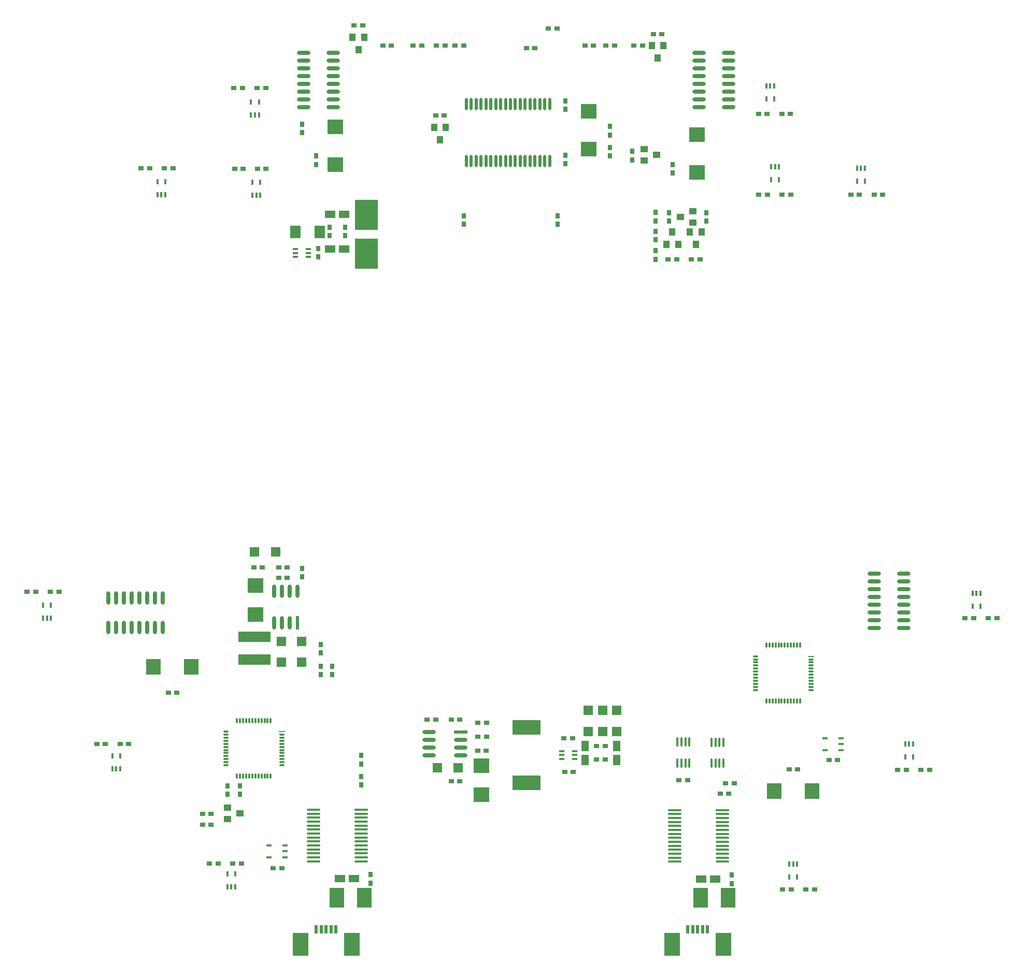
<source format=gbp>
%FSAX25Y25*%
%MOIN*%
G70*
G01*
G75*
G04 Layer_Color=128*
%ADD10O,0.08661X0.02362*%
%ADD11R,0.03000X0.03543*%
%ADD12R,0.05118X0.05512*%
%ADD13R,0.05512X0.05118*%
%ADD14R,0.03543X0.03000*%
%ADD15R,0.05000X0.06693*%
%ADD16R,0.04921X0.03937*%
%ADD17R,0.08661X0.02362*%
%ADD18O,0.08661X0.02362*%
%ADD19O,0.02362X0.08661*%
%ADD20R,0.09449X0.09843*%
%ADD21C,0.01575*%
%ADD22C,0.01181*%
%ADD23C,0.00984*%
%ADD24C,0.01000*%
%ADD25C,0.03150*%
%ADD26C,0.03937*%
%ADD27C,0.02756*%
%ADD28C,0.02362*%
%ADD29C,0.00591*%
%ADD30C,0.05906*%
%ADD31R,0.05906X0.05906*%
%ADD32C,0.05118*%
%ADD33C,0.07874*%
%ADD34O,0.10236X0.07874*%
%ADD35O,0.08268X0.07874*%
%ADD36R,0.05118X0.09843*%
%ADD37O,0.05118X0.09843*%
%ADD38R,0.06299X0.06299*%
%ADD39C,0.06299*%
%ADD40C,2.75591*%
%ADD41C,0.39370*%
%ADD42C,0.19685*%
%ADD43C,0.05500*%
%ADD44C,0.06693*%
%ADD45C,0.05000*%
%ADD46C,0.01969*%
%ADD47R,0.09646X0.09843*%
%ADD48R,0.09843X0.09449*%
%ADD49R,0.02362X0.08661*%
%ADD50O,0.02362X0.08661*%
%ADD51R,0.20866X0.07087*%
%ADD52O,0.03937X0.01024*%
%ADD53O,0.01024X0.03937*%
%ADD54R,0.03937X0.01024*%
%ADD55R,0.03543X0.01575*%
%ADD56R,0.09449X0.12598*%
%ADD57R,0.06693X0.05000*%
%ADD58R,0.09843X0.14961*%
%ADD59R,0.01969X0.05512*%
%ADD60O,0.08661X0.01575*%
%ADD61R,0.08661X0.01575*%
%ADD62R,0.18110X0.09252*%
%ADD63O,0.01378X0.06299*%
%ADD64R,0.07087X0.07874*%
%ADD65R,0.03543X0.01575*%
%ADD66R,0.09843X0.09646*%
%ADD67R,0.03937X0.04921*%
%ADD68O,0.02165X0.07874*%
%ADD69R,0.15000X0.19685*%
%ADD70R,0.01575X0.03543*%
%ADD71R,0.06000X0.06299*%
%ADD72R,0.06299X0.06000*%
%ADD73C,0.00787*%
%ADD74C,0.00141*%
%ADD75C,0.01378*%
%ADD76C,0.01200*%
%ADD77O,0.09461X0.03162*%
%ADD78R,0.03800X0.04343*%
%ADD79R,0.05918X0.06312*%
%ADD80R,0.06312X0.05918*%
%ADD81R,0.04343X0.03800*%
%ADD82R,0.05800X0.07493*%
%ADD83R,0.05721X0.04737*%
%ADD84R,0.09461X0.03162*%
%ADD85O,0.09461X0.03162*%
%ADD86O,0.03162X0.09461*%
%ADD87R,0.10249X0.10642*%
%ADD88C,0.06706*%
%ADD89R,0.06706X0.06706*%
%ADD90C,0.05918*%
%ADD91C,0.08674*%
%ADD92O,0.11036X0.08674*%
%ADD93O,0.09068X0.08674*%
%ADD94R,0.05918X0.10642*%
%ADD95O,0.05918X0.10642*%
%ADD96R,0.07099X0.07099*%
%ADD97C,0.07099*%
%ADD98C,2.76391*%
%ADD99C,0.40170*%
%ADD100C,0.20485*%
%ADD101C,0.06300*%
%ADD102C,0.07493*%
%ADD103C,0.05800*%
%ADD104R,0.10446X0.10642*%
%ADD105R,0.10642X0.10249*%
%ADD106R,0.03162X0.09461*%
%ADD107O,0.03162X0.09461*%
%ADD108R,0.21666X0.07887*%
%ADD109O,0.04737X0.01824*%
%ADD110O,0.01824X0.04737*%
%ADD111R,0.04737X0.01824*%
%ADD112R,0.04343X0.02375*%
%ADD113R,0.10249X0.13398*%
%ADD114R,0.07493X0.05800*%
%ADD115O,0.09461X0.02375*%
%ADD116R,0.09461X0.02375*%
%ADD117R,0.18910X0.10052*%
%ADD118O,0.02178X0.07099*%
%ADD119R,0.07887X0.08674*%
%ADD120R,0.04343X0.02375*%
%ADD121R,0.10642X0.10446*%
%ADD122R,0.04737X0.05721*%
%ADD123O,0.02965X0.08674*%
%ADD124R,0.15800X0.20485*%
%ADD125R,0.02375X0.04343*%
%ADD126R,0.06800X0.07099*%
%ADD127R,0.07099X0.06800*%
D10*
X1007551Y0929500D02*
D03*
Y0934500D02*
D03*
Y0939500D02*
D03*
Y0944500D02*
D03*
Y0949500D02*
D03*
Y0954500D02*
D03*
Y0959500D02*
D03*
Y0964500D02*
D03*
X1026449Y0929500D02*
D03*
Y0934500D02*
D03*
Y0939500D02*
D03*
Y0944500D02*
D03*
Y0949500D02*
D03*
Y0954500D02*
D03*
Y0959500D02*
D03*
Y0964500D02*
D03*
X0771949D02*
D03*
Y0959500D02*
D03*
Y0954500D02*
D03*
Y0949500D02*
D03*
Y0944500D02*
D03*
Y0939500D02*
D03*
Y0934500D02*
D03*
Y0929500D02*
D03*
X0753051Y0964500D02*
D03*
Y0959500D02*
D03*
Y0954500D02*
D03*
Y0949500D02*
D03*
Y0944500D02*
D03*
Y0939500D02*
D03*
Y0934500D02*
D03*
Y0929500D02*
D03*
X1120051Y0594000D02*
D03*
Y0599000D02*
D03*
Y0604000D02*
D03*
Y0609000D02*
D03*
Y0614000D02*
D03*
Y0619000D02*
D03*
Y0624000D02*
D03*
Y0629000D02*
D03*
X1138949Y0594000D02*
D03*
Y0599000D02*
D03*
Y0604000D02*
D03*
Y0609000D02*
D03*
Y0614000D02*
D03*
Y0619000D02*
D03*
Y0624000D02*
D03*
Y0629000D02*
D03*
D11*
X0752000Y0632500D02*
D03*
Y0627000D02*
D03*
X0764000Y0578000D02*
D03*
Y0583500D02*
D03*
Y0569500D02*
D03*
Y0564000D02*
D03*
X0771500Y0569500D02*
D03*
Y0564000D02*
D03*
X0795945Y0435276D02*
D03*
Y0429776D02*
D03*
X0790000Y0498500D02*
D03*
Y0493000D02*
D03*
Y0506500D02*
D03*
Y0512000D02*
D03*
X1028279Y0435047D02*
D03*
Y0429547D02*
D03*
X0762500Y0833000D02*
D03*
Y0838500D02*
D03*
X0779626Y0852169D02*
D03*
Y0846669D02*
D03*
X0752000Y0913000D02*
D03*
Y0918500D02*
D03*
X0979500Y0849500D02*
D03*
Y0844000D02*
D03*
X0988000Y0856000D02*
D03*
Y0861500D02*
D03*
X1012000D02*
D03*
Y0856000D02*
D03*
X0856000Y0854000D02*
D03*
Y0859500D02*
D03*
X0916500D02*
D03*
Y0854000D02*
D03*
X0921500Y0933500D02*
D03*
Y0928000D02*
D03*
X0964500Y0895500D02*
D03*
Y0901000D02*
D03*
X0769626Y0852169D02*
D03*
Y0846669D02*
D03*
X0979500Y0831500D02*
D03*
Y0837000D02*
D03*
Y0856200D02*
D03*
Y0861700D02*
D03*
X0712000Y0487012D02*
D03*
Y0492512D02*
D03*
X0761000Y0892500D02*
D03*
Y0898000D02*
D03*
X0990500Y0892500D02*
D03*
Y0887000D02*
D03*
X0921500Y0898500D02*
D03*
Y0893000D02*
D03*
X0950000Y0898000D02*
D03*
Y0903500D02*
D03*
Y0911512D02*
D03*
Y0917012D02*
D03*
X0704000Y0486988D02*
D03*
Y0492488D02*
D03*
D14*
X0671500Y0552500D02*
D03*
X0666000D02*
D03*
X0737000Y0626500D02*
D03*
X0742500D02*
D03*
X0721000Y0633000D02*
D03*
X0726500D02*
D03*
X0737000D02*
D03*
X0742500D02*
D03*
X0688000Y0467500D02*
D03*
X0693500D02*
D03*
Y0474500D02*
D03*
X0688000D02*
D03*
X0739000Y0439500D02*
D03*
X0733500D02*
D03*
X0853500Y0495500D02*
D03*
X0848000D02*
D03*
X0870500Y0515000D02*
D03*
X0865000D02*
D03*
X0865102Y0524029D02*
D03*
X0870602D02*
D03*
X0838000Y0535000D02*
D03*
X0832500D02*
D03*
X0848000D02*
D03*
X0853500D02*
D03*
X0865102Y0533059D02*
D03*
X0870602D02*
D03*
X0994500Y0496000D02*
D03*
X1000000D02*
D03*
X1021000Y0487500D02*
D03*
X1026500D02*
D03*
X1024500Y0494000D02*
D03*
X1030000D02*
D03*
X1065358Y0503031D02*
D03*
X1070858D02*
D03*
X0993000Y0831500D02*
D03*
X0987500D02*
D03*
X1008000D02*
D03*
X1002500D02*
D03*
X0838000Y0924000D02*
D03*
X0843500D02*
D03*
X0910500Y0980000D02*
D03*
X0916000D02*
D03*
X0978000Y0976500D02*
D03*
X0983500D02*
D03*
X0965512Y0969000D02*
D03*
X0971012D02*
D03*
X0580691Y0617315D02*
D03*
X0575191D02*
D03*
X0590191D02*
D03*
X0595691D02*
D03*
X0625500Y0519500D02*
D03*
X0620000D02*
D03*
X0635000D02*
D03*
X0640500D02*
D03*
X0698000Y0442500D02*
D03*
X0692500D02*
D03*
X0707500D02*
D03*
X0713000D02*
D03*
X1076230Y0425687D02*
D03*
X1081730D02*
D03*
X1066730D02*
D03*
X1061230D02*
D03*
X1150230Y0502687D02*
D03*
X1155730D02*
D03*
X1140730D02*
D03*
X1135230D02*
D03*
X1193500Y0600500D02*
D03*
X1199000D02*
D03*
X1184000D02*
D03*
X1178500D02*
D03*
X1120000Y0873000D02*
D03*
X1125500D02*
D03*
X1110500D02*
D03*
X1105000D02*
D03*
X1060811Y0872998D02*
D03*
X1066311D02*
D03*
X1051311D02*
D03*
X1045811D02*
D03*
X1060730Y0925187D02*
D03*
X1066230D02*
D03*
X1051230D02*
D03*
X1045730D02*
D03*
X0714191Y0889813D02*
D03*
X0708691D02*
D03*
X0723338Y0889842D02*
D03*
X0728838D02*
D03*
X0713691Y0941813D02*
D03*
X0708191D02*
D03*
X0723191D02*
D03*
X0728691D02*
D03*
X0654000Y0890000D02*
D03*
X0648500D02*
D03*
X0663500D02*
D03*
X0669000D02*
D03*
X0785500Y0982000D02*
D03*
X0791000D02*
D03*
X0809500Y0969000D02*
D03*
X0804000D02*
D03*
X0829000D02*
D03*
X0823500D02*
D03*
X0838500D02*
D03*
X0844000D02*
D03*
X0856000D02*
D03*
X0850500D02*
D03*
X0901797Y0967500D02*
D03*
X0896297D02*
D03*
X0934000Y0969000D02*
D03*
X0939500D02*
D03*
X0953000D02*
D03*
X0947500D02*
D03*
X1096500Y0509000D02*
D03*
X1091000D02*
D03*
X0926500Y0501500D02*
D03*
X0921000D02*
D03*
X0920500Y0523000D02*
D03*
X0926000D02*
D03*
X0947000Y0509500D02*
D03*
X0941500D02*
D03*
X0947000Y0518000D02*
D03*
X0941500D02*
D03*
D15*
X0934000Y0508945D02*
D03*
Y0517945D02*
D03*
X0954500Y0518000D02*
D03*
Y0509000D02*
D03*
D16*
X0704000Y0471000D02*
D03*
Y0478500D02*
D03*
X0712000Y0474800D02*
D03*
X1003500Y0862500D02*
D03*
Y0855000D02*
D03*
X0995500Y0858700D02*
D03*
X0972000Y0895000D02*
D03*
Y0902500D02*
D03*
X0980000Y0898800D02*
D03*
D17*
X0854177Y0527102D02*
D03*
D18*
X0833705Y0512102D02*
D03*
Y0517102D02*
D03*
Y0522102D02*
D03*
Y0527102D02*
D03*
X0854177Y0512102D02*
D03*
Y0517102D02*
D03*
Y0522102D02*
D03*
D19*
X0627500Y0613449D02*
D03*
X0632500D02*
D03*
X0637500D02*
D03*
X0642500D02*
D03*
X0647500D02*
D03*
X0652500D02*
D03*
X0657500D02*
D03*
X0662500D02*
D03*
X0627500Y0594551D02*
D03*
X0632500D02*
D03*
X0637500D02*
D03*
X0642500D02*
D03*
X0647500D02*
D03*
X0652500D02*
D03*
X0657500D02*
D03*
X0662500D02*
D03*
D47*
X0656535Y0569000D02*
D03*
X0680748D02*
D03*
X1080106Y0489032D02*
D03*
X1055894D02*
D03*
D48*
X0722000Y0621390D02*
D03*
Y0602610D02*
D03*
X0867500Y0505390D02*
D03*
Y0486610D02*
D03*
D49*
X0749000Y0597264D02*
D03*
D50*
X0734000Y0617736D02*
D03*
X0739000D02*
D03*
X0744000D02*
D03*
X0749000D02*
D03*
X0734000Y0597264D02*
D03*
X0739000D02*
D03*
X0744000D02*
D03*
D51*
X0721500Y0573716D02*
D03*
Y0588283D02*
D03*
D52*
X0738950Y0511611D02*
D03*
Y0509642D02*
D03*
Y0519485D02*
D03*
Y0525390D02*
D03*
Y0513579D02*
D03*
X0703124Y0527359D02*
D03*
Y0525390D02*
D03*
Y0523422D02*
D03*
Y0519485D02*
D03*
Y0517516D02*
D03*
Y0515548D02*
D03*
Y0513579D02*
D03*
X0738950Y0517516D02*
D03*
Y0515548D02*
D03*
Y0521453D02*
D03*
X0703124Y0505705D02*
D03*
Y0507674D02*
D03*
Y0509642D02*
D03*
Y0511611D02*
D03*
Y0521453D02*
D03*
X0738950Y0507674D02*
D03*
Y0505705D02*
D03*
Y0523422D02*
D03*
X1079450Y0560111D02*
D03*
Y0558142D02*
D03*
Y0567985D02*
D03*
Y0573890D02*
D03*
Y0562079D02*
D03*
X1043624Y0575859D02*
D03*
Y0573890D02*
D03*
Y0571922D02*
D03*
Y0567985D02*
D03*
Y0566016D02*
D03*
Y0564048D02*
D03*
Y0562079D02*
D03*
X1079450Y0566016D02*
D03*
Y0564048D02*
D03*
Y0569953D02*
D03*
X1043624Y0554205D02*
D03*
Y0556174D02*
D03*
Y0558142D02*
D03*
Y0560111D02*
D03*
Y0569953D02*
D03*
X1079450Y0556174D02*
D03*
Y0554205D02*
D03*
Y0571922D02*
D03*
D53*
X0731864Y0498619D02*
D03*
Y0534445D02*
D03*
X0729895D02*
D03*
Y0498619D02*
D03*
X0727927Y0534445D02*
D03*
X0725958D02*
D03*
X0722021Y0498619D02*
D03*
X0718084D02*
D03*
X0723990Y0534445D02*
D03*
X0720053D02*
D03*
X0718084D02*
D03*
X0714147D02*
D03*
X0712179Y0498619D02*
D03*
X0710210D02*
D03*
Y0534445D02*
D03*
X0727927Y0498619D02*
D03*
X0716116D02*
D03*
X0714147D02*
D03*
X0712179Y0534445D02*
D03*
X0716116D02*
D03*
X0722021D02*
D03*
X0725958Y0498619D02*
D03*
X0723990D02*
D03*
X0720053D02*
D03*
X1072364Y0547119D02*
D03*
Y0582945D02*
D03*
X1070395D02*
D03*
Y0547119D02*
D03*
X1068427Y0582945D02*
D03*
X1066458D02*
D03*
X1062521Y0547119D02*
D03*
X1058584D02*
D03*
X1064490Y0582945D02*
D03*
X1060553D02*
D03*
X1058584D02*
D03*
X1054647D02*
D03*
X1052679Y0547119D02*
D03*
X1050710D02*
D03*
Y0582945D02*
D03*
X1068427Y0547119D02*
D03*
X1056616D02*
D03*
X1054647D02*
D03*
X1052679Y0582945D02*
D03*
X1056616D02*
D03*
X1062521D02*
D03*
X1066458Y0547119D02*
D03*
X1064490D02*
D03*
X1060553D02*
D03*
D54*
X0738950Y0527358D02*
D03*
X1079450Y0575858D02*
D03*
D55*
X0741000Y0454000D02*
D03*
Y0446480D02*
D03*
Y0450248D02*
D03*
X0730803Y0446480D02*
D03*
Y0454000D02*
D03*
X0747732Y0835500D02*
D03*
X0756000Y0838059D02*
D03*
Y0832941D02*
D03*
Y0835500D02*
D03*
X0747732Y0832941D02*
D03*
X1098575Y0523000D02*
D03*
Y0515480D02*
D03*
Y0519248D02*
D03*
X1088378Y0515480D02*
D03*
Y0523000D02*
D03*
X0927328Y0512333D02*
D03*
X0919061Y0509774D02*
D03*
Y0514892D02*
D03*
Y0512333D02*
D03*
X0927328Y0514892D02*
D03*
D56*
X0792161Y0420276D02*
D03*
X0774445D02*
D03*
X1025996Y0420547D02*
D03*
X1008280D02*
D03*
D57*
X0785445Y0432776D02*
D03*
X0776445D02*
D03*
X1017780Y0432547D02*
D03*
X1008780D02*
D03*
X0779126Y0838169D02*
D03*
X0770126D02*
D03*
X0770000Y0860500D02*
D03*
X0779000D02*
D03*
D58*
X0750965Y0390567D02*
D03*
X0784035D02*
D03*
X0989965D02*
D03*
X1023035D02*
D03*
D59*
X0770650Y0400016D02*
D03*
X0761201D02*
D03*
X0767500D02*
D03*
X0773799D02*
D03*
X0764350D02*
D03*
X1009650D02*
D03*
X1000201D02*
D03*
X1006500D02*
D03*
X1012799D02*
D03*
X1003350D02*
D03*
D60*
X0759276Y0443858D02*
D03*
Y0446417D02*
D03*
Y0448976D02*
D03*
Y0451535D02*
D03*
Y0454094D02*
D03*
Y0456653D02*
D03*
Y0459213D02*
D03*
Y0461772D02*
D03*
Y0464331D02*
D03*
Y0466890D02*
D03*
Y0469449D02*
D03*
Y0472008D02*
D03*
Y0474567D02*
D03*
Y0477126D02*
D03*
X0789984Y0443858D02*
D03*
Y0446417D02*
D03*
Y0448976D02*
D03*
Y0451535D02*
D03*
Y0454094D02*
D03*
Y0456653D02*
D03*
Y0459213D02*
D03*
Y0461772D02*
D03*
Y0464331D02*
D03*
Y0466890D02*
D03*
Y0469449D02*
D03*
Y0472008D02*
D03*
Y0474567D02*
D03*
X0991610Y0443630D02*
D03*
Y0446189D02*
D03*
Y0448748D02*
D03*
Y0451307D02*
D03*
Y0453866D02*
D03*
Y0456425D02*
D03*
Y0458984D02*
D03*
Y0461543D02*
D03*
Y0464102D02*
D03*
Y0466661D02*
D03*
Y0469220D02*
D03*
Y0471779D02*
D03*
Y0474339D02*
D03*
Y0476898D02*
D03*
X1022319Y0443630D02*
D03*
Y0446189D02*
D03*
Y0448748D02*
D03*
Y0451307D02*
D03*
Y0453866D02*
D03*
Y0456425D02*
D03*
Y0458984D02*
D03*
Y0461543D02*
D03*
Y0464102D02*
D03*
Y0466661D02*
D03*
Y0469220D02*
D03*
Y0471779D02*
D03*
Y0474339D02*
D03*
D61*
X0789984Y0477126D02*
D03*
X1022319Y0476898D02*
D03*
D62*
X0896441Y0529917D02*
D03*
Y0494287D02*
D03*
D63*
X1015441Y0520571D02*
D03*
X1018000D02*
D03*
X1020559D02*
D03*
X1023118D02*
D03*
X1015441Y0506988D02*
D03*
X1018000D02*
D03*
X1020559D02*
D03*
X1023118D02*
D03*
X0993461Y0520724D02*
D03*
X0996020D02*
D03*
X0998579D02*
D03*
X1001138D02*
D03*
X0993461Y0507142D02*
D03*
X0996020D02*
D03*
X0998579D02*
D03*
X1001138D02*
D03*
D64*
X0747626Y0849000D02*
D03*
X0763374D02*
D03*
D65*
X0747732Y0838059D02*
D03*
X0927328Y0509774D02*
D03*
D66*
X0773500Y0916606D02*
D03*
Y0892394D02*
D03*
X0936500Y0902394D02*
D03*
Y0926606D02*
D03*
X1006000Y0887394D02*
D03*
Y0911606D02*
D03*
D67*
X0994000Y0841000D02*
D03*
X0986500D02*
D03*
X0990200Y0849000D02*
D03*
X1001500D02*
D03*
X1009000D02*
D03*
X1005300Y0841000D02*
D03*
X0837000Y0916500D02*
D03*
X0844500D02*
D03*
X0840800Y0908500D02*
D03*
X0784500Y0974500D02*
D03*
X0792000D02*
D03*
X0788300Y0966500D02*
D03*
X0977000Y0969000D02*
D03*
X0984500D02*
D03*
X0980800Y0961000D02*
D03*
D68*
X0911272Y0894594D02*
D03*
X0908122D02*
D03*
X0904972D02*
D03*
X0901823D02*
D03*
X0898673D02*
D03*
X0895524D02*
D03*
X0892374D02*
D03*
X0889224D02*
D03*
X0886075D02*
D03*
X0882925D02*
D03*
X0879776D02*
D03*
X0876626D02*
D03*
X0873476D02*
D03*
X0870327D02*
D03*
X0867177D02*
D03*
X0864028D02*
D03*
X0860878D02*
D03*
X0857728D02*
D03*
X0911272Y0931406D02*
D03*
X0908122D02*
D03*
X0904972D02*
D03*
X0901823D02*
D03*
X0898673D02*
D03*
X0895524D02*
D03*
X0892374D02*
D03*
X0889224D02*
D03*
X0886075D02*
D03*
X0882925D02*
D03*
X0879776D02*
D03*
X0876626D02*
D03*
X0873476D02*
D03*
X0870327D02*
D03*
X0867177D02*
D03*
X0864028D02*
D03*
X0860878D02*
D03*
X0857728D02*
D03*
D69*
X0793500Y0860039D02*
D03*
Y0834961D02*
D03*
D70*
X0590559Y0600500D02*
D03*
X0585441D02*
D03*
X0588000D02*
D03*
X0585441Y0608768D02*
D03*
X0590559D02*
D03*
X0635059Y0503500D02*
D03*
X0629941D02*
D03*
X0632500D02*
D03*
X0629941Y0511768D02*
D03*
X0635059D02*
D03*
X0709059Y0427500D02*
D03*
X0703941D02*
D03*
X0706500D02*
D03*
X0703941Y0435768D02*
D03*
X0709059D02*
D03*
X1065404Y0442082D02*
D03*
X1070522D02*
D03*
X1067963D02*
D03*
X1070522Y0433814D02*
D03*
X1065404D02*
D03*
X1139941Y0519500D02*
D03*
X1145059D02*
D03*
X1142500D02*
D03*
X1145059Y0511232D02*
D03*
X1139941D02*
D03*
X1183294Y0616486D02*
D03*
X1188412D02*
D03*
X1185853D02*
D03*
X1188412Y0608219D02*
D03*
X1183294D02*
D03*
X1108941Y0890000D02*
D03*
X1114059D02*
D03*
X1111500D02*
D03*
X1114059Y0881732D02*
D03*
X1108941D02*
D03*
X1053752Y0890998D02*
D03*
X1058870D02*
D03*
X1056311D02*
D03*
X1058870Y0882730D02*
D03*
X1053752D02*
D03*
X1050584Y0942917D02*
D03*
X1055702D02*
D03*
X1053144D02*
D03*
X1055702Y0934649D02*
D03*
X1050584D02*
D03*
X0725198Y0872821D02*
D03*
X0720080D02*
D03*
X0722639D02*
D03*
X0720080Y0881089D02*
D03*
X0725198D02*
D03*
X0724343Y0924365D02*
D03*
X0719225D02*
D03*
X0721784D02*
D03*
X0719225Y0932632D02*
D03*
X0724343D02*
D03*
X0664059Y0873000D02*
D03*
X0658941D02*
D03*
X0661500D02*
D03*
X0658941Y0881268D02*
D03*
X0664059D02*
D03*
D71*
X0954500Y0527500D02*
D03*
Y0541000D02*
D03*
X0936000Y0527500D02*
D03*
Y0541000D02*
D03*
X0945250Y0527500D02*
D03*
Y0541000D02*
D03*
X0751889Y0572037D02*
D03*
Y0585537D02*
D03*
X0738815Y0572037D02*
D03*
Y0585537D02*
D03*
D72*
X0735000Y0643000D02*
D03*
X0721500D02*
D03*
X0839000Y0504000D02*
D03*
X0852500D02*
D03*
M02*

</source>
